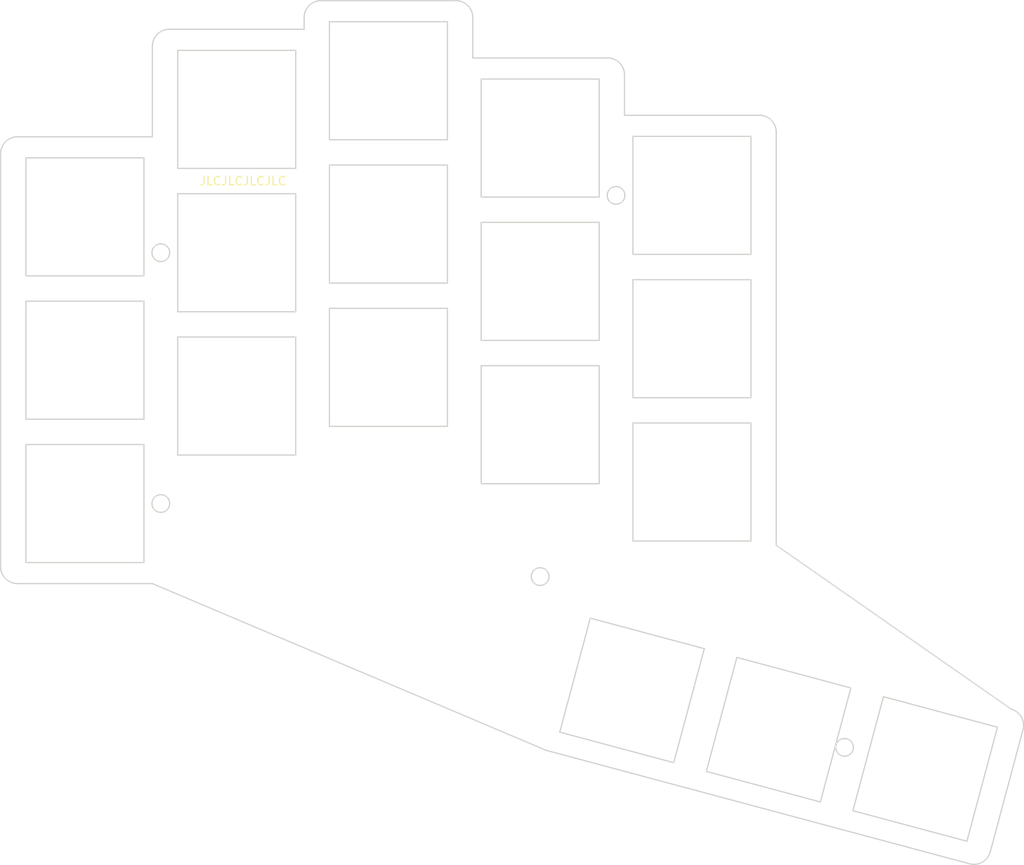
<source format=kicad_pcb>

            
(kicad_pcb (version 20171130) (host pcbnew 5.1.6)

  (page A3)
  (title_block
    (title top_plate)
    (rev v1.0.0)
    (company Unknown)
  )

  (general
    (thickness 1.6)
  )

  (layers
    (0 F.Cu signal)
    (31 B.Cu signal)
    (32 B.Adhes user)
    (33 F.Adhes user)
    (34 B.Paste user)
    (35 F.Paste user)
    (36 B.SilkS user)
    (37 F.SilkS user)
    (38 B.Mask user)
    (39 F.Mask user)
    (40 Dwgs.User user)
    (41 Cmts.User user)
    (42 Eco1.User user)
    (43 Eco2.User user)
    (44 Edge.Cuts user)
    (45 Margin user)
    (46 B.CrtYd user)
    (47 F.CrtYd user)
    (48 B.Fab user)
    (49 F.Fab user)
  )

  (setup
    (last_trace_width 0.25)
    (trace_clearance 0.2)
    (zone_clearance 0.508)
    (zone_45_only no)
    (trace_min 0.2)
    (via_size 0.8)
    (via_drill 0.4)
    (via_min_size 0.4)
    (via_min_drill 0.3)
    (uvia_size 0.3)
    (uvia_drill 0.1)
    (uvias_allowed no)
    (uvia_min_size 0.2)
    (uvia_min_drill 0.1)
    (edge_width 0.05)
    (segment_width 0.2)
    (pcb_text_width 0.3)
    (pcb_text_size 1.5 1.5)
    (mod_edge_width 0.12)
    (mod_text_size 1 1)
    (mod_text_width 0.15)
    (pad_size 1.524 1.524)
    (pad_drill 0.762)
    (pad_to_mask_clearance 0.05)
    (aux_axis_origin 0 0)
    (visible_elements FFFFFF7F)
    (pcbplotparams
      (layerselection 0x010fc_ffffffff)
      (usegerberextensions false)
      (usegerberattributes true)
      (usegerberadvancedattributes true)
      (creategerberjobfile true)
      (excludeedgelayer true)
      (linewidth 0.100000)
      (plotframeref false)
      (viasonmask false)
      (mode 1)
      (useauxorigin false)
      (hpglpennumber 1)
      (hpglpenspeed 20)
      (hpglpendiameter 15.000000)
      (psnegative false)
      (psa4output false)
      (plotreference true)
      (plotvalue true)
      (plotinvisibletext false)
      (padsonsilk false)
      (subtractmaskfromsilk false)
      (outputformat 1)
      (mirror false)
      (drillshape 1)
      (scaleselection 1)
      (outputdirectory ""))
  )

            (net 0 "")
            
  (net_class Default "This is the default net class."
    (clearance 0.2)
    (trace_width 0.25)
    (via_dia 0.8)
    (via_drill 0.4)
    (uvia_dia 0.3)
    (uvia_drill 0.1)
    (add_net "")
  )

            
  (net_class Power "This is the power net class."
    (clearance 0.2)
    (trace_width 0.5)
    (via_dia 0.8)
    (via_drill 0.4)
    (uvia_dia 0.3)
    (uvia_drill 0.1)
    
  )

            
            (gr_text "JLCJLCJLCJLC" (at 31.5 -38.25 0) (layer F.SilkS)
                (effects (font (size 1 1) (thickness 0.15)) (justify left))
            )
        
            (gr_line (start 10 9.5) (end 26 9.5) (angle 90) (layer Edge.Cuts) (width 0.15))
(gr_line (start 8 7.5) (end 8 -41.5) (angle 90) (layer Edge.Cuts) (width 0.15))
(gr_arc (start 10 7.5) (end 8 7.5) (angle -90) (layer Edge.Cuts) (width 0.15))
(gr_line (start 26 -43.5) (end 10 -43.5) (angle 90) (layer Edge.Cuts) (width 0.15))
(gr_arc (start 10 -41.5) (end 10 -43.5) (angle -90) (layer Edge.Cuts) (width 0.15))
(gr_line (start 44 -56.25) (end 28 -56.25) (angle 90) (layer Edge.Cuts) (width 0.15))
(gr_arc (start 28 -54.25) (end 28 -56.25) (angle -90) (layer Edge.Cuts) (width 0.15))
(gr_line (start 26 -54.25) (end 26 -43.5) (angle 90) (layer Edge.Cuts) (width 0.15))
(gr_line (start 64 -52.85) (end 64 -57.65) (angle 90) (layer Edge.Cuts) (width 0.15))
(gr_arc (start 62 -57.65) (end 64 -57.65) (angle -90) (layer Edge.Cuts) (width 0.15))
(gr_line (start 62 -59.65) (end 46 -59.65) (angle 90) (layer Edge.Cuts) (width 0.15))
(gr_arc (start 46 -57.65) (end 46 -59.65) (angle -90) (layer Edge.Cuts) (width 0.15))
(gr_line (start 44 -57.65) (end 44 -56.25) (angle 90) (layer Edge.Cuts) (width 0.15))
(gr_line (start 82 -46.05) (end 82 -50.85) (angle 90) (layer Edge.Cuts) (width 0.15))
(gr_arc (start 80 -50.85) (end 82 -50.85) (angle -90) (layer Edge.Cuts) (width 0.15))
(gr_line (start 80 -52.85) (end 64 -52.85) (angle 90) (layer Edge.Cuts) (width 0.15))
(gr_line (start 100 4.95) (end 100 -44.05) (angle 90) (layer Edge.Cuts) (width 0.15))
(gr_arc (start 98 -44.05) (end 100 -44.05) (angle -90) (layer Edge.Cuts) (width 0.15))
(gr_line (start 98 -46.05) (end 82 -46.05) (angle 90) (layer Edge.Cuts) (width 0.15))
(gr_line (start 72.7071068 29.2747449) (end 122.93524980000001 42.7333352) (angle 90) (layer Edge.Cuts) (width 0.15))
(gr_arc (start 73.2247449 27.342893200000002) (end 72.1978596 29.059141000000004) (angle -15.893416545250034) (layer Edge.Cuts) (width 0.15))
(gr_arc (start 123.45288790000001 40.801483600000005) (end 122.93524980000001 42.73333530000001) (angle -90) (layer Edge.Cuts) (width 0.15))
(gr_line (start 125.38473950000001 41.3191216) (end 129.2670252 26.8302343) (angle 90) (layer Edge.Cuts) (width 0.15))
(gr_arc (start 127.33517350000001 26.3125962) (end 129.2670252 26.8302343) (angle -90) (layer Edge.Cuts) (width 0.15))
(gr_line (start 100 4.95) (end 127.85281160000001 24.380744500000002) (angle 90) (layer Edge.Cuts) (width 0.15))
(gr_line (start 72.1978596 29.059141000000004) (end 26 9.5) (angle 90) (layer Edge.Cuts) (width 0.15))
(gr_line (start 11 7) (end 25 7) (angle 90) (layer Edge.Cuts) (width 0.15))
(gr_line (start 25 7) (end 25 -7) (angle 90) (layer Edge.Cuts) (width 0.15))
(gr_line (start 25 -7) (end 11 -7) (angle 90) (layer Edge.Cuts) (width 0.15))
(gr_line (start 11 -7) (end 11 7) (angle 90) (layer Edge.Cuts) (width 0.15))
(gr_line (start 11 -10) (end 25 -10) (angle 90) (layer Edge.Cuts) (width 0.15))
(gr_line (start 25 -10) (end 25 -24) (angle 90) (layer Edge.Cuts) (width 0.15))
(gr_line (start 25 -24) (end 11 -24) (angle 90) (layer Edge.Cuts) (width 0.15))
(gr_line (start 11 -24) (end 11 -10) (angle 90) (layer Edge.Cuts) (width 0.15))
(gr_line (start 11 -27) (end 25 -27) (angle 90) (layer Edge.Cuts) (width 0.15))
(gr_line (start 25 -27) (end 25 -41) (angle 90) (layer Edge.Cuts) (width 0.15))
(gr_line (start 25 -41) (end 11 -41) (angle 90) (layer Edge.Cuts) (width 0.15))
(gr_line (start 11 -41) (end 11 -27) (angle 90) (layer Edge.Cuts) (width 0.15))
(gr_line (start 29 -5.75) (end 43 -5.75) (angle 90) (layer Edge.Cuts) (width 0.15))
(gr_line (start 43 -5.75) (end 43 -19.75) (angle 90) (layer Edge.Cuts) (width 0.15))
(gr_line (start 43 -19.75) (end 29 -19.75) (angle 90) (layer Edge.Cuts) (width 0.15))
(gr_line (start 29 -19.75) (end 29 -5.75) (angle 90) (layer Edge.Cuts) (width 0.15))
(gr_line (start 29 -22.75) (end 43 -22.75) (angle 90) (layer Edge.Cuts) (width 0.15))
(gr_line (start 43 -22.75) (end 43 -36.75) (angle 90) (layer Edge.Cuts) (width 0.15))
(gr_line (start 43 -36.75) (end 29 -36.75) (angle 90) (layer Edge.Cuts) (width 0.15))
(gr_line (start 29 -36.75) (end 29 -22.75) (angle 90) (layer Edge.Cuts) (width 0.15))
(gr_line (start 29 -39.75) (end 43 -39.75) (angle 90) (layer Edge.Cuts) (width 0.15))
(gr_line (start 43 -39.75) (end 43 -53.75) (angle 90) (layer Edge.Cuts) (width 0.15))
(gr_line (start 43 -53.75) (end 29 -53.75) (angle 90) (layer Edge.Cuts) (width 0.15))
(gr_line (start 29 -53.75) (end 29 -39.75) (angle 90) (layer Edge.Cuts) (width 0.15))
(gr_line (start 47 -9.149999999999999) (end 61 -9.149999999999999) (angle 90) (layer Edge.Cuts) (width 0.15))
(gr_line (start 61 -9.149999999999999) (end 61 -23.15) (angle 90) (layer Edge.Cuts) (width 0.15))
(gr_line (start 61 -23.15) (end 47 -23.15) (angle 90) (layer Edge.Cuts) (width 0.15))
(gr_line (start 47 -23.15) (end 47 -9.149999999999999) (angle 90) (layer Edge.Cuts) (width 0.15))
(gr_line (start 47 -26.15) (end 61 -26.15) (angle 90) (layer Edge.Cuts) (width 0.15))
(gr_line (start 61 -26.15) (end 61 -40.15) (angle 90) (layer Edge.Cuts) (width 0.15))
(gr_line (start 61 -40.15) (end 47 -40.15) (angle 90) (layer Edge.Cuts) (width 0.15))
(gr_line (start 47 -40.15) (end 47 -26.15) (angle 90) (layer Edge.Cuts) (width 0.15))
(gr_line (start 47 -43.15) (end 61 -43.15) (angle 90) (layer Edge.Cuts) (width 0.15))
(gr_line (start 61 -43.15) (end 61 -57.15) (angle 90) (layer Edge.Cuts) (width 0.15))
(gr_line (start 61 -57.15) (end 47 -57.15) (angle 90) (layer Edge.Cuts) (width 0.15))
(gr_line (start 47 -57.15) (end 47 -43.15) (angle 90) (layer Edge.Cuts) (width 0.15))
(gr_line (start 65 -2.3499999999999996) (end 79 -2.3499999999999996) (angle 90) (layer Edge.Cuts) (width 0.15))
(gr_line (start 79 -2.3499999999999996) (end 79 -16.35) (angle 90) (layer Edge.Cuts) (width 0.15))
(gr_line (start 79 -16.35) (end 65 -16.35) (angle 90) (layer Edge.Cuts) (width 0.15))
(gr_line (start 65 -16.35) (end 65 -2.3499999999999996) (angle 90) (layer Edge.Cuts) (width 0.15))
(gr_line (start 65 -19.35) (end 79 -19.35) (angle 90) (layer Edge.Cuts) (width 0.15))
(gr_line (start 79 -19.35) (end 79 -33.35) (angle 90) (layer Edge.Cuts) (width 0.15))
(gr_line (start 79 -33.35) (end 65 -33.35) (angle 90) (layer Edge.Cuts) (width 0.15))
(gr_line (start 65 -33.35) (end 65 -19.35) (angle 90) (layer Edge.Cuts) (width 0.15))
(gr_line (start 65 -36.35) (end 79 -36.35) (angle 90) (layer Edge.Cuts) (width 0.15))
(gr_line (start 79 -36.35) (end 79 -50.35) (angle 90) (layer Edge.Cuts) (width 0.15))
(gr_line (start 79 -50.35) (end 65 -50.35) (angle 90) (layer Edge.Cuts) (width 0.15))
(gr_line (start 65 -50.35) (end 65 -36.35) (angle 90) (layer Edge.Cuts) (width 0.15))
(gr_line (start 83 4.45) (end 97 4.45) (angle 90) (layer Edge.Cuts) (width 0.15))
(gr_line (start 97 4.45) (end 97 -9.55) (angle 90) (layer Edge.Cuts) (width 0.15))
(gr_line (start 97 -9.55) (end 83 -9.55) (angle 90) (layer Edge.Cuts) (width 0.15))
(gr_line (start 83 -9.55) (end 83 4.45) (angle 90) (layer Edge.Cuts) (width 0.15))
(gr_line (start 83 -12.55) (end 97 -12.55) (angle 90) (layer Edge.Cuts) (width 0.15))
(gr_line (start 97 -12.55) (end 97 -26.55) (angle 90) (layer Edge.Cuts) (width 0.15))
(gr_line (start 97 -26.55) (end 83 -26.55) (angle 90) (layer Edge.Cuts) (width 0.15))
(gr_line (start 83 -26.55) (end 83 -12.55) (angle 90) (layer Edge.Cuts) (width 0.15))
(gr_line (start 83 -29.549999999999997) (end 97 -29.549999999999997) (angle 90) (layer Edge.Cuts) (width 0.15))
(gr_line (start 97 -29.549999999999997) (end 97 -43.55) (angle 90) (layer Edge.Cuts) (width 0.15))
(gr_line (start 97 -43.55) (end 83 -43.55) (angle 90) (layer Edge.Cuts) (width 0.15))
(gr_line (start 83 -43.55) (end 83 -29.549999999999997) (angle 90) (layer Edge.Cuts) (width 0.15))
(gr_line (start 74.3200802 27.118749400000002) (end 87.84304180000001 30.742216) (angle 90) (layer Edge.Cuts) (width 0.15))
(gr_line (start 87.84304180000001 30.742216) (end 91.46650840000001 17.2192544) (angle 90) (layer Edge.Cuts) (width 0.15))
(gr_line (start 91.46650840000001 17.2192544) (end 77.94354680000001 13.595787800000002) (angle 90) (layer Edge.Cuts) (width 0.15))
(gr_line (start 77.94354680000001 13.595787800000002) (end 74.3200802 27.118749400000002) (angle 90) (layer Edge.Cuts) (width 0.15))
(gr_line (start 91.7067451 31.777492199999998) (end 105.22970670000001 35.4009588) (angle 90) (layer Edge.Cuts) (width 0.15))
(gr_line (start 105.22970670000001 35.4009588) (end 108.85317330000001 21.877997199999996) (angle 90) (layer Edge.Cuts) (width 0.15))
(gr_line (start 108.85317330000001 21.877997199999996) (end 95.3302117 18.254530599999995) (angle 90) (layer Edge.Cuts) (width 0.15))
(gr_line (start 95.3302117 18.254530599999995) (end 91.7067451 31.777492199999998) (angle 90) (layer Edge.Cuts) (width 0.15))
(gr_line (start 109.09341 36.436235) (end 122.61637160000001 40.059701600000004) (angle 90) (layer Edge.Cuts) (width 0.15))
(gr_line (start 122.61637160000001 40.059701600000004) (end 126.23983820000001 26.53674) (angle 90) (layer Edge.Cuts) (width 0.15))
(gr_line (start 126.23983820000001 26.53674) (end 112.7168766 22.9132734) (angle 90) (layer Edge.Cuts) (width 0.15))
(gr_line (start 112.7168766 22.9132734) (end 109.09341 36.436235) (angle 90) (layer Edge.Cuts) (width 0.15))
(gr_circle (center 27 -29.75) (end 28.05 -29.75) (layer Edge.Cuts) (width 0.15))
(gr_circle (center 27 0) (end 28.05 0) (layer Edge.Cuts) (width 0.15))
(gr_circle (center 81 -36.55) (end 82.05 -36.55) (layer Edge.Cuts) (width 0.15))
(gr_circle (center 72 8.67) (end 73.05 8.67) (layer Edge.Cuts) (width 0.15))
(gr_circle (center 108.10395840000001 28.924179000000002) (end 109.15395840000001 28.924179000000002) (layer Edge.Cuts) (width 0.15))
            
)

        
</source>
